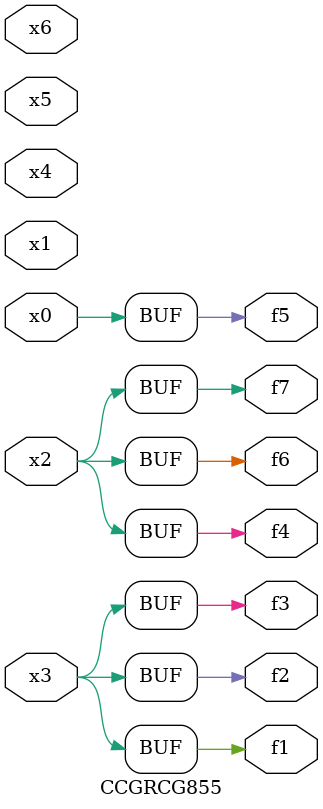
<source format=v>
module CCGRCG855(
	input x0, x1, x2, x3, x4, x5, x6,
	output f1, f2, f3, f4, f5, f6, f7
);
	assign f1 = x3;
	assign f2 = x3;
	assign f3 = x3;
	assign f4 = x2;
	assign f5 = x0;
	assign f6 = x2;
	assign f7 = x2;
endmodule

</source>
